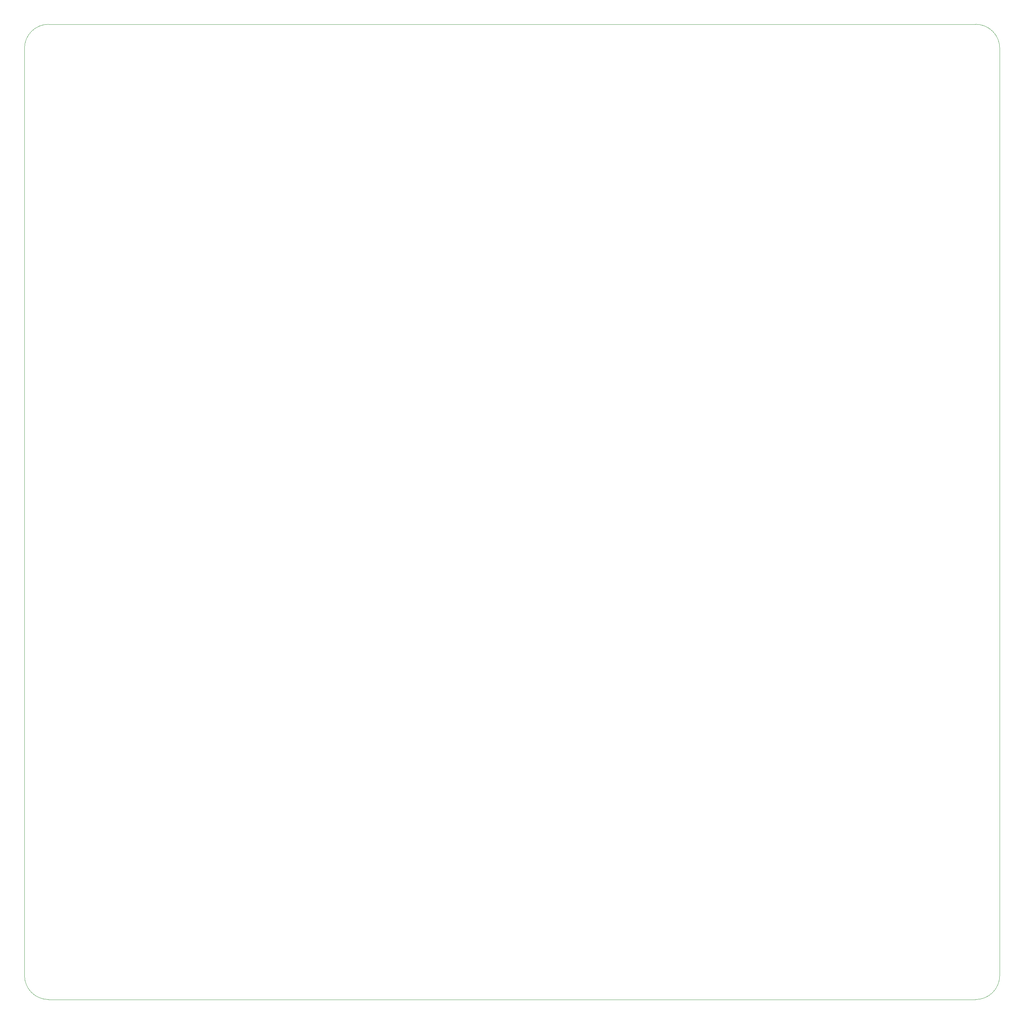
<source format=gbr>
G04 #@! TF.GenerationSoftware,KiCad,Pcbnew,(6.0.0-0)*
G04 #@! TF.CreationDate,2023-11-11T14:38:35+00:00*
G04 #@! TF.ProjectId,rosco_pro_030_proto,726f7363-6f5f-4707-926f-5f3033305f70,p5*
G04 #@! TF.SameCoordinates,Original*
G04 #@! TF.FileFunction,Profile,NP*
%FSLAX46Y46*%
G04 Gerber Fmt 4.6, Leading zero omitted, Abs format (unit mm)*
G04 Created by KiCad (PCBNEW (6.0.0-0)) date 2023-11-11 14:38:35*
%MOMM*%
%LPD*%
G01*
G04 APERTURE LIST*
G04 #@! TA.AperFunction,Profile*
%ADD10C,0.050000*%
G04 #@! TD*
G04 APERTURE END LIST*
D10*
X39000000Y-27000000D02*
X271000000Y-27000000D01*
X277000000Y-33000000D02*
X277000000Y-265000000D01*
X271000000Y-271000000D02*
X39000000Y-271000000D01*
X33000000Y-265000000D02*
X33000000Y-33000000D01*
X39000000Y-27000000D02*
G75*
G03*
X33000000Y-33000000I-1J-5999999D01*
G01*
X271000000Y-271000000D02*
G75*
G03*
X277000000Y-265000000I1J5999999D01*
G01*
X33000000Y-265000000D02*
G75*
G03*
X39000000Y-271000000I5999999J-1D01*
G01*
X277000000Y-33000000D02*
G75*
G03*
X271000000Y-27000000I-5999999J1D01*
G01*
M02*

</source>
